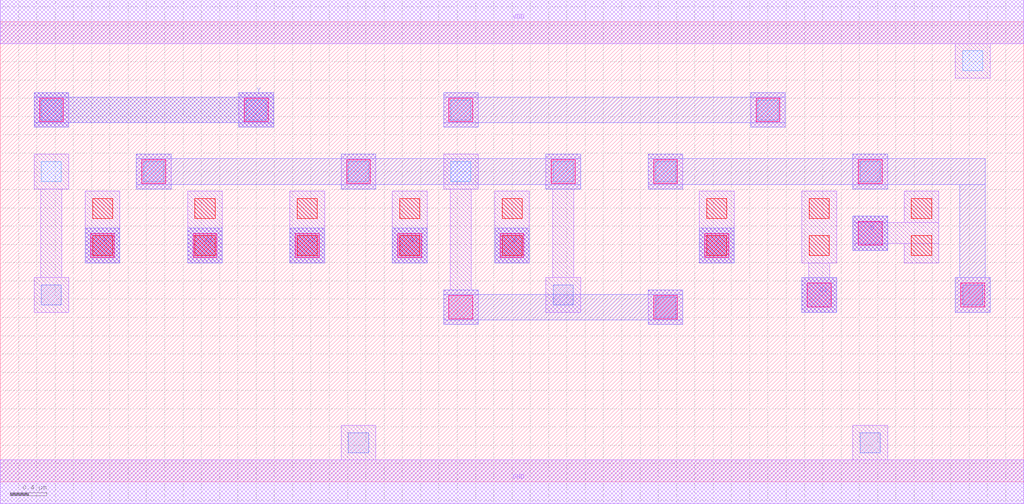
<source format=lef>
MACRO AAAOI3221
 CLASS CORE ;
 FOREIGN AAAOI3221 0 0 ;
 SIZE 11.200000000000001 BY 5.04 ;
 ORIGIN 0 0 ;
 SYMMETRY X Y R90 ;
 SITE unit ;
  PIN VDD
   DIRECTION INOUT ;
   USE POWER ;
   SHAPE ABUTMENT ;
    PORT
     CLASS CORE ;
       LAYER met1 ;
        RECT 0.00000000 4.80000000 11.20000000 5.28000000 ;
    END
  END VDD

  PIN GND
   DIRECTION INOUT ;
   USE POWER ;
   SHAPE ABUTMENT ;
    PORT
     CLASS CORE ;
       LAYER met1 ;
        RECT 0.00000000 -0.24000000 11.20000000 0.24000000 ;
    END
  END GND

  PIN Y
   DIRECTION INOUT ;
   USE SIGNAL ;
   SHAPE ABUTMENT ;
    PORT
     CLASS CORE ;
       LAYER met2 ;
        RECT 0.37000000 3.88200000 0.75000000 3.93200000 ;
        RECT 2.61000000 3.88200000 2.99000000 3.93200000 ;
        RECT 0.37000000 3.93200000 2.99000000 4.21200000 ;
        RECT 0.37000000 4.21200000 0.75000000 4.26200000 ;
        RECT 2.61000000 4.21200000 2.99000000 4.26200000 ;
    END
  END Y

  PIN A1
   DIRECTION INOUT ;
   USE SIGNAL ;
   SHAPE ABUTMENT ;
    PORT
     CLASS CORE ;
       LAYER met2 ;
        RECT 2.05000000 2.39700000 2.43000000 2.77700000 ;
    END
  END A1

  PIN B1
   DIRECTION INOUT ;
   USE SIGNAL ;
   SHAPE ABUTMENT ;
    PORT
     CLASS CORE ;
       LAYER met2 ;
        RECT 4.29000000 2.39700000 4.67000000 2.77700000 ;
    END
  END B1

  PIN D
   DIRECTION INOUT ;
   USE SIGNAL ;
   SHAPE ABUTMENT ;
    PORT
     CLASS CORE ;
       LAYER met2 ;
        RECT 9.33000000 2.53200000 9.71000000 2.91200000 ;
    END
  END D

  PIN A2
   DIRECTION INOUT ;
   USE SIGNAL ;
   SHAPE ABUTMENT ;
    PORT
     CLASS CORE ;
       LAYER met2 ;
        RECT 3.17000000 2.39700000 3.55000000 2.77700000 ;
    END
  END A2

  PIN B
   DIRECTION INOUT ;
   USE SIGNAL ;
   SHAPE ABUTMENT ;
    PORT
     CLASS CORE ;
       LAYER met2 ;
        RECT 5.41000000 2.39700000 5.79000000 2.77700000 ;
    END
  END B

  PIN C
   DIRECTION INOUT ;
   USE SIGNAL ;
   SHAPE ABUTMENT ;
    PORT
     CLASS CORE ;
       LAYER met2 ;
        RECT 7.65000000 2.39700000 8.03000000 2.77700000 ;
    END
  END C

  PIN C1
   DIRECTION INOUT ;
   USE SIGNAL ;
   SHAPE ABUTMENT ;
    PORT
     CLASS CORE ;
       LAYER met2 ;
        RECT 8.77000000 1.85700000 9.15000000 2.23700000 ;
    END
  END C1

  PIN A
   DIRECTION INOUT ;
   USE SIGNAL ;
   SHAPE ABUTMENT ;
    PORT
     CLASS CORE ;
       LAYER met2 ;
        RECT 0.93000000 2.39700000 1.31000000 2.77700000 ;
    END
  END A

 OBS
    LAYER polycont ;
     RECT 1.01000000 2.47700000 1.23000000 2.69700000 ;
     RECT 2.13000000 2.47700000 2.35000000 2.69700000 ;
     RECT 3.25000000 2.47700000 3.47000000 2.69700000 ;
     RECT 4.37000000 2.47700000 4.59000000 2.69700000 ;
     RECT 5.49000000 2.47700000 5.71000000 2.69700000 ;
     RECT 7.73000000 2.47700000 7.95000000 2.69700000 ;
     RECT 8.85000000 2.47700000 9.07000000 2.69700000 ;
     RECT 9.97000000 2.47700000 10.19000000 2.69700000 ;
     RECT 1.01000000 2.88200000 1.23000000 3.10200000 ;
     RECT 2.13000000 2.88200000 2.35000000 3.10200000 ;
     RECT 3.25000000 2.88200000 3.47000000 3.10200000 ;
     RECT 4.37000000 2.88200000 4.59000000 3.10200000 ;
     RECT 5.49000000 2.88200000 5.71000000 3.10200000 ;
     RECT 7.73000000 2.88200000 7.95000000 3.10200000 ;
     RECT 8.85000000 2.88200000 9.07000000 3.10200000 ;
     RECT 9.97000000 2.88200000 10.19000000 3.10200000 ;

    LAYER pdiffc ;
     RECT 0.45000000 3.28700000 0.67000000 3.50700000 ;
     RECT 1.57000000 3.28700000 1.79000000 3.50700000 ;
     RECT 3.81000000 3.28700000 4.03000000 3.50700000 ;
     RECT 4.93000000 3.28700000 5.15000000 3.50700000 ;
     RECT 6.05000000 3.28700000 6.27000000 3.50700000 ;
     RECT 7.17000000 3.28700000 7.39000000 3.50700000 ;
     RECT 9.41000000 3.28700000 9.63000000 3.50700000 ;
     RECT 0.45000000 3.96200000 0.67000000 4.18200000 ;
     RECT 2.69000000 3.96200000 2.91000000 4.18200000 ;
     RECT 4.93000000 3.96200000 5.15000000 4.18200000 ;
     RECT 8.29000000 3.96200000 8.51000000 4.18200000 ;
     RECT 10.53000000 4.50200000 10.75000000 4.72200000 ;

    LAYER ndiffc ;
     RECT 3.81000000 0.31700000 4.03000000 0.53700000 ;
     RECT 9.41000000 0.31700000 9.63000000 0.53700000 ;
     RECT 7.17000000 1.80200000 7.39000000 2.02200000 ;
     RECT 0.45000000 1.93700000 0.67000000 2.15700000 ;
     RECT 6.05000000 1.93700000 6.27000000 2.15700000 ;
     RECT 10.53000000 1.93700000 10.75000000 2.15700000 ;

    LAYER met1 ;
     RECT 0.00000000 -0.24000000 11.20000000 0.24000000 ;
     RECT 3.73000000 0.24000000 4.11000000 0.61700000 ;
     RECT 9.33000000 0.24000000 9.71000000 0.61700000 ;
     RECT 7.09000000 1.72200000 7.47000000 2.10200000 ;
     RECT 10.45000000 1.85700000 10.83000000 2.23700000 ;
     RECT 0.93000000 2.39700000 1.31000000 3.18200000 ;
     RECT 2.05000000 2.39700000 2.43000000 3.18200000 ;
     RECT 3.17000000 2.39700000 3.55000000 3.18200000 ;
     RECT 4.29000000 2.39700000 4.67000000 3.18200000 ;
     RECT 5.41000000 2.39700000 5.79000000 3.18200000 ;
     RECT 7.65000000 2.39700000 8.03000000 3.18200000 ;
     RECT 8.77000000 1.85700000 9.15000000 2.23700000 ;
     RECT 8.84500000 2.23700000 9.07500000 2.39700000 ;
     RECT 8.77000000 2.39700000 9.15000000 3.18200000 ;
     RECT 9.33000000 2.53200000 9.71000000 2.60700000 ;
     RECT 9.89000000 2.39700000 10.27000000 2.60700000 ;
     RECT 9.33000000 2.60700000 10.27000000 2.83700000 ;
     RECT 9.33000000 2.83700000 9.71000000 2.91200000 ;
     RECT 9.89000000 2.83700000 10.27000000 3.18200000 ;
     RECT 0.37000000 1.85700000 0.75000000 2.23700000 ;
     RECT 0.44500000 2.23700000 0.67500000 3.20700000 ;
     RECT 0.37000000 3.20700000 0.75000000 3.58700000 ;
     RECT 1.49000000 3.20700000 1.87000000 3.58700000 ;
     RECT 3.73000000 3.20700000 4.11000000 3.58700000 ;
     RECT 4.85000000 1.72200000 5.23000000 2.10200000 ;
     RECT 4.92500000 2.10200000 5.15500000 3.20700000 ;
     RECT 4.85000000 3.20700000 5.23000000 3.58700000 ;
     RECT 5.97000000 1.85700000 6.35000000 2.23700000 ;
     RECT 6.04500000 2.23700000 6.27500000 3.20700000 ;
     RECT 5.97000000 3.20700000 6.35000000 3.58700000 ;
     RECT 7.09000000 3.20700000 7.47000000 3.58700000 ;
     RECT 9.33000000 3.20700000 9.71000000 3.58700000 ;
     RECT 0.37000000 3.88200000 0.75000000 4.26200000 ;
     RECT 2.61000000 3.88200000 2.99000000 4.26200000 ;
     RECT 4.85000000 3.88200000 5.23000000 4.26200000 ;
     RECT 8.21000000 3.88200000 8.59000000 4.26200000 ;
     RECT 10.45000000 4.42200000 10.83000000 4.80000000 ;
     RECT 0.00000000 4.80000000 11.20000000 5.28000000 ;

    LAYER via1 ;
     RECT 4.91000000 1.78200000 5.17000000 2.04200000 ;
     RECT 7.15000000 1.78200000 7.41000000 2.04200000 ;
     RECT 8.83000000 1.91700000 9.09000000 2.17700000 ;
     RECT 10.51000000 1.91700000 10.77000000 2.17700000 ;
     RECT 0.99000000 2.45700000 1.25000000 2.71700000 ;
     RECT 2.11000000 2.45700000 2.37000000 2.71700000 ;
     RECT 3.23000000 2.45700000 3.49000000 2.71700000 ;
     RECT 4.35000000 2.45700000 4.61000000 2.71700000 ;
     RECT 5.47000000 2.45700000 5.73000000 2.71700000 ;
     RECT 7.71000000 2.45700000 7.97000000 2.71700000 ;
     RECT 9.39000000 2.59200000 9.65000000 2.85200000 ;
     RECT 1.55000000 3.26700000 1.81000000 3.52700000 ;
     RECT 3.79000000 3.26700000 4.05000000 3.52700000 ;
     RECT 6.03000000 3.26700000 6.29000000 3.52700000 ;
     RECT 7.15000000 3.26700000 7.41000000 3.52700000 ;
     RECT 9.39000000 3.26700000 9.65000000 3.52700000 ;
     RECT 0.43000000 3.94200000 0.69000000 4.20200000 ;
     RECT 2.67000000 3.94200000 2.93000000 4.20200000 ;
     RECT 4.91000000 3.94200000 5.17000000 4.20200000 ;
     RECT 8.27000000 3.94200000 8.53000000 4.20200000 ;

    LAYER met2 ;
     RECT 4.85000000 1.72200000 5.23000000 1.77200000 ;
     RECT 7.09000000 1.72200000 7.47000000 1.77200000 ;
     RECT 4.85000000 1.77200000 7.47000000 2.05200000 ;
     RECT 4.85000000 2.05200000 5.23000000 2.10200000 ;
     RECT 7.09000000 2.05200000 7.47000000 2.10200000 ;
     RECT 8.77000000 1.85700000 9.15000000 2.23700000 ;
     RECT 0.93000000 2.39700000 1.31000000 2.77700000 ;
     RECT 2.05000000 2.39700000 2.43000000 2.77700000 ;
     RECT 3.17000000 2.39700000 3.55000000 2.77700000 ;
     RECT 4.29000000 2.39700000 4.67000000 2.77700000 ;
     RECT 5.41000000 2.39700000 5.79000000 2.77700000 ;
     RECT 7.65000000 2.39700000 8.03000000 2.77700000 ;
     RECT 9.33000000 2.53200000 9.71000000 2.91200000 ;
     RECT 1.49000000 3.20700000 1.87000000 3.25700000 ;
     RECT 3.73000000 3.20700000 4.11000000 3.25700000 ;
     RECT 5.97000000 3.20700000 6.35000000 3.25700000 ;
     RECT 1.49000000 3.25700000 6.35000000 3.53700000 ;
     RECT 1.49000000 3.53700000 1.87000000 3.58700000 ;
     RECT 3.73000000 3.53700000 4.11000000 3.58700000 ;
     RECT 5.97000000 3.53700000 6.35000000 3.58700000 ;
     RECT 10.45000000 1.85700000 10.83000000 2.23700000 ;
     RECT 7.09000000 3.20700000 7.47000000 3.25700000 ;
     RECT 9.33000000 3.20700000 9.71000000 3.25700000 ;
     RECT 10.50000000 2.23700000 10.78000000 3.25700000 ;
     RECT 7.09000000 3.25700000 10.78000000 3.53700000 ;
     RECT 7.09000000 3.53700000 7.47000000 3.58700000 ;
     RECT 9.33000000 3.53700000 9.71000000 3.58700000 ;
     RECT 0.37000000 3.88200000 0.75000000 3.93200000 ;
     RECT 2.61000000 3.88200000 2.99000000 3.93200000 ;
     RECT 0.37000000 3.93200000 2.99000000 4.21200000 ;
     RECT 0.37000000 4.21200000 0.75000000 4.26200000 ;
     RECT 2.61000000 4.21200000 2.99000000 4.26200000 ;
     RECT 4.85000000 3.88200000 5.23000000 3.93200000 ;
     RECT 8.21000000 3.88200000 8.59000000 3.93200000 ;
     RECT 4.85000000 3.93200000 8.59000000 4.21200000 ;
     RECT 4.85000000 4.21200000 5.23000000 4.26200000 ;
     RECT 8.21000000 4.21200000 8.59000000 4.26200000 ;

 END
END AAAOI3221

</source>
